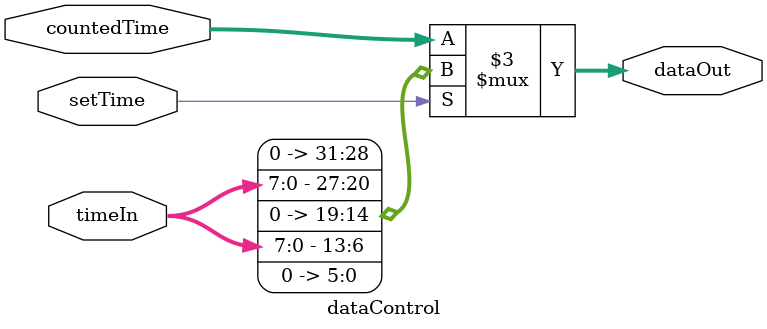
<source format=v>
`timescale 1ns / 1ps
module dataControl(
	input	wire				setTime,
	input	wire	[7:0]		timeIn,
	input	wire	[31:0]	countedTime,
	output	reg [31:0]	dataOut
    );

always @(setTime)
begin
	if(setTime)
	begin
		dataOut = {timeIn,6'b000000,timeIn,6'b000000};
	end
	else
	begin
		dataOut = countedTime;
	end
end

endmodule

</source>
